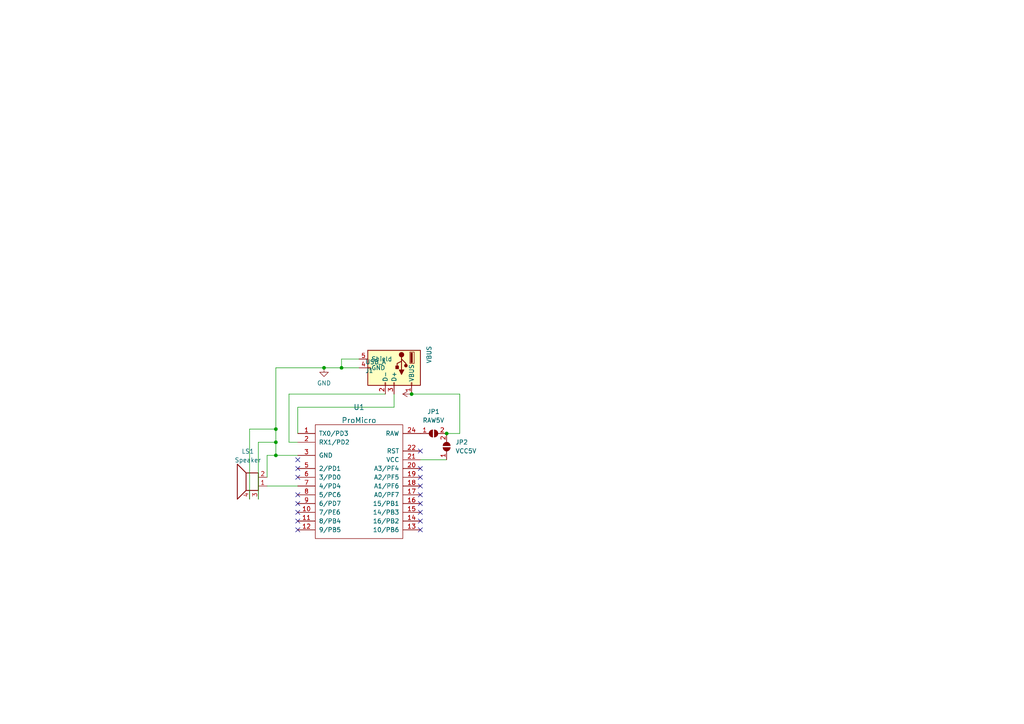
<source format=kicad_sch>
(kicad_sch (version 20211123) (generator eeschema)
  (paper "A4")
  (lib_symbols
    (symbol "Connector:USB_A" (pin_names (offset 1.016))
      (property "Reference" "J1" (at 0.8347 -8.382 90))
      (property "Value" "USB_A" (at -1.7022 -8.382 90))
      (symbol "USB_A_0_1"
        (rectangle (start -5.08 -7.62) (end 5.08 7.62) (stroke (width 0.254)) (fill (type background)))
        (circle (center -3.81 2.159) (radius 0.635) (stroke (width 0.254)) (fill (type outline)))
        (rectangle (start -1.524 4.826) (end -4.318 5.334) (fill (type outline)))
        (rectangle (start -1.27 4.572) (end -4.572 5.842))
        (circle (center -0.635 3.429) (radius 0.381) (stroke (width 0.254)) (fill (type outline)))
        (rectangle (start -0.127 -7.62) (end 0.127 -6.858))
        (polyline (pts (xy -3.175 2.159) (xy -2.54 2.159) (xy -1.27 3.429) (xy -0.635 3.429)) (stroke (width 0.254)))
        (polyline (pts (xy -2.54 2.159) (xy -1.905 2.159) (xy -1.27 0.889) (xy 0 0.889)) (stroke (width 0.254)))
        (polyline (pts (xy 0.635 2.794) (xy 0.635 1.524) (xy 1.905 2.159) (xy 0.635 2.794)) (stroke (width 0.254)) (fill (type outline)))
        (rectangle (start 0.254 1.27) (end -0.508 0.508) (stroke (width 0.254)) (fill (type outline)))
        (rectangle (start 5.08 -2.667) (end 4.318 -2.413))
        (rectangle (start 5.08 -0.127) (end 4.318 0.127))
        (rectangle (start 5.08 4.953) (end 4.318 5.207))
      )
      (symbol "USB_A_1_1"
        (polyline (pts (xy -1.905 2.159) (xy 0.635 2.159)) (stroke (width 0.254)))
        (pin power_out line (at 7.62 5.08 180) (length 2.54) (name "VBUS") (number "1"))
        (pin bidirectional line (at 7.62 -2.54 180) (length 2.54) (name "D-") (number "2"))
        (pin bidirectional line (at 7.62 0 180) (length 2.54) (name "D+") (number "3"))
        (pin power_out line (at 0 -10.16 90) (length 2.54) (name "GND") (number "4"))
        (pin passive line (at -2.54 -10.16 90) (length 2.54) (name "Shield") (number "5"))
      )
    )
    (symbol "Device:Speaker" (pin_names (offset 0) hide)
      (property "Reference" "LS1" (at 0.508 -10.0498 0))
      (property "Value" "Speaker" (at 0.508 -7.5129 0))
      (symbol "Speaker_0_0"
        (rectangle (start -2.54 1.27) (end 1.016 -3.81) (stroke (width 0.254)))
        (polyline (pts (xy 1.016 1.27) (xy 3.556 3.81) (xy 3.556 -6.35) (xy 1.016 -3.81)) (stroke (width 0.254)))
      )
      (symbol "Speaker_1_1"
        (pin passive line (at -5.08 0 0) (length 2.54) (name "1") (number "1"))
        (pin passive line (at -5.08 -2.54 0) (length 2.54) (name "2") (number "2"))
        (pin passive line (at -2.54 3.81 270) (length 2.54) (name "3") (number "3"))
        (pin passive line (at 0 3.81 270) (length 2.54) (name "4") (number "4"))
      )
    )
    (symbol "Jumper:SolderJumper_2_Open" (pin_names (offset 0) hide)
      (property "Reference" "JP" (at 0 2.032 0))
      (property "Value" "SolderJumper_2_Open" (at 0 -2.54 0))
      (symbol "SolderJumper_2_Open_0_1"
        (arc (start -0.254 1.016) (mid -1.27 0) (end -0.254 -1.016))
        (arc (start -0.254 1.016) (mid -1.27 0) (end -0.254 -1.016) (fill (type outline)))
        (polyline (pts (xy -0.254 1.016) (xy -0.254 -1.016)))
        (polyline (pts (xy 0.254 1.016) (xy 0.254 -1.016)))
        (arc (start 0.254 -1.016) (mid 1.27 0) (end 0.254 1.016))
        (arc (start 0.254 -1.016) (mid 1.27 0) (end 0.254 1.016) (fill (type outline)))
      )
      (symbol "SolderJumper_2_Open_1_1"
        (pin passive line (at -3.81 0 0) (length 2.54) (name "A") (number "1"))
        (pin passive line (at 3.81 0 180) (length 2.54) (name "B") (number "2"))
      )
    )
    (symbol "keebio:ProMicro" (pin_names (offset 1.016))
      (property "Reference" "U1" (at 0 21.59 0))
      (property "Value" "ProMicro" (at 0 17.78 0))
      (symbol "ProMicro_0_1"
        (rectangle (start -12.7 -16.51) (end 12.7 16.51))
      )
      (symbol "ProMicro_1_1"
        (pin bidirectional line (at -17.78 13.97 0) (length 5.08) (name "TX0/PD3") (number "1"))
        (pin input line (at -17.78 -8.89 0) (length 5.08) (name "7/PE6") (number "10"))
        (pin input line (at -17.78 -11.43 0) (length 5.08) (name "8/PB4") (number "11"))
        (pin input line (at -17.78 -13.97 0) (length 5.08) (name "9/PB5") (number "12"))
        (pin input line (at 17.78 -13.97 180) (length 5.08) (name "10/PB6") (number "13"))
        (pin input line (at 17.78 -11.43 180) (length 5.08) (name "16/PB2") (number "14"))
        (pin input line (at 17.78 -8.89 180) (length 5.08) (name "14/PB3") (number "15"))
        (pin input line (at 17.78 -6.35 180) (length 5.08) (name "15/PB1") (number "16"))
        (pin input line (at 17.78 -3.81 180) (length 5.08) (name "A0/PF7") (number "17"))
        (pin input line (at 17.78 -1.27 180) (length 5.08) (name "A1/PF6") (number "18"))
        (pin input line (at 17.78 1.27 180) (length 5.08) (name "A2/PF5") (number "19"))
        (pin bidirectional line (at -17.78 11.43 0) (length 5.08) (name "RX1/PD2") (number "2"))
        (pin input line (at 17.78 3.81 180) (length 5.08) (name "A3/PF4") (number "20"))
        (pin bidirectional line (at 17.78 6.35 180) (length 5.08) (name "VCC") (number "21"))
        (pin input line (at 17.78 8.89 180) (length 5.08) (name "RST") (number "22"))
        (pin bidirectional line (at -17.78 7.62 0) (length 5.08) hide (name "GND") (number "23"))
        (pin bidirectional line (at 17.78 13.97 180) (length 5.08) (name "RAW") (number "24"))
        (pin bidirectional line (at -17.78 7.62 0) (length 5.08) (name "GND") (number "3"))
        (pin bidirectional line (at -17.78 7.62 0) (length 5.08) hide (name "GND") (number "4"))
        (pin input line (at -17.78 3.81 0) (length 5.08) (name "2/PD1") (number "5"))
        (pin input line (at -17.78 1.27 0) (length 5.08) (name "3/PD0") (number "6"))
        (pin input line (at -17.78 -1.27 0) (length 5.08) (name "4/PD4") (number "7"))
        (pin input line (at -17.78 -3.81 0) (length 5.08) (name "5/PC6") (number "8"))
        (pin input line (at -17.78 -6.35 0) (length 5.08) (name "6/PD7") (number "9"))
      )
    )
    (symbol "power:GND" (power) (pin_names (offset 0))
      (property "Value" "GND" (at 0 -3.81 0))
      (symbol "GND_0_1"
        (polyline (pts (xy 0 0) (xy 0 -1.27) (xy 1.27 -1.27) (xy 0 -2.54) (xy -1.27 -1.27) (xy 0 -1.27)))
      )
      (symbol "GND_1_1"
        (pin power_in line (at 0 0 270) (length 0) hide (name "GND") (number "1"))
      )
    )
    (symbol "power:VBUS" (power) (pin_names (offset 0))
      (property "Value" "VBUS" (at 0 3.81 0))
      (symbol "VBUS_0_1"
        (polyline (pts (xy -0.762 1.27) (xy 0 2.54)))
        (polyline (pts (xy 0 0) (xy 0 2.54)))
        (polyline (pts (xy 0 2.54) (xy 0.762 1.27)))
      )
      (symbol "VBUS_1_1"
        (pin power_in line (at 0 0 90) (length 0) hide (name "VBUS") (number "1"))
      )
    )
  )
  (junction (at 80.01 128.27))
  (junction (at 99.06 106.68))
  (junction (at 129.54 125.73))
  (junction (at 80.01 124.46))
  (junction (at 119.38 114.3))
  (junction (at 93.98 106.68))
  (junction (at 80.01 132.08))
  (no_connect (at 86.36 153.67))
  (no_connect (at 86.36 138.43))
  (no_connect (at 121.92 153.67))
  (no_connect (at 86.36 148.59))
  (no_connect (at 121.92 146.05))
  (no_connect (at 86.36 135.89))
  (no_connect (at 121.92 151.13))
  (no_connect (at 86.36 146.05))
  (no_connect (at 121.92 140.97))
  (no_connect (at 121.92 130.81))
  (no_connect (at 121.92 138.43))
  (no_connect (at 121.92 148.59))
  (no_connect (at 86.36 133.35))
  (no_connect (at 86.36 151.13))
  (no_connect (at 121.92 143.51))
  (no_connect (at 86.36 143.51))
  (no_connect (at 121.92 135.89))
  (wire (pts (xy 114.3 114.3) (xy 114.3 118.11)))
  (wire (pts (xy 80.01 124.46) (xy 80.01 128.27)))
  (wire (pts (xy 129.54 125.73) (xy 133.35 125.73)))
  (wire (pts (xy 86.36 132.08) (xy 80.01 132.08)))
  (wire (pts (xy 74.93 144.78) (xy 74.93 128.27)))
  (wire (pts (xy 83.82 114.3) (xy 83.82 128.27)))
  (wire (pts (xy 80.01 128.27) (xy 80.01 132.08)))
  (wire (pts (xy 99.06 104.14) (xy 99.06 106.68)))
  (wire (pts (xy 93.98 106.68) (xy 80.01 106.68)))
  (wire (pts (xy 104.14 104.14) (xy 99.06 104.14)))
  (wire (pts (xy 72.39 144.78) (xy 72.39 124.46)))
  (wire (pts (xy 77.47 140.97) (xy 86.36 140.97)))
  (wire (pts (xy 80.01 132.08) (xy 77.47 132.08)))
  (wire (pts (xy 133.35 114.3) (xy 133.35 125.73)))
  (wire (pts (xy 77.47 132.08) (xy 77.47 138.43)))
  (wire (pts (xy 111.76 114.3) (xy 83.82 114.3)))
  (wire (pts (xy 114.3 118.11) (xy 86.36 118.11)))
  (wire (pts (xy 119.38 114.3) (xy 133.35 114.3)))
  (wire (pts (xy 99.06 106.68) (xy 93.98 106.68)))
  (wire (pts (xy 74.93 128.27) (xy 80.01 128.27)))
  (wire (pts (xy 83.82 128.27) (xy 86.36 128.27)))
  (wire (pts (xy 80.01 106.68) (xy 80.01 124.46)))
  (wire (pts (xy 72.39 124.46) (xy 80.01 124.46)))
  (wire (pts (xy 86.36 118.11) (xy 86.36 125.73)))
  (wire (pts (xy 104.14 106.68) (xy 99.06 106.68)))
  (wire (pts (xy 121.92 133.35) (xy 129.54 133.35)))
  (symbol (lib_id "power:GND") (at 93.98 106.68 0) (unit 1)
    (property "Reference" "#PWR0101" (effects hide))
    (property "Value" "GND" (at 93.98 111.1234 0))
  )
  (symbol (lib_id "Connector:USB_A") (at 114.3 106.68 270) (unit 1)
    (property "Reference" "J1" (at 105.918 107.5147 90) (effects (justify left)))
    (property "Value" "USB_A" (at 105.918 104.9778 90) (effects (justify left)))
    (property "Footprint" "Connector_USB:USB_A_TE_292303-7_Horizontal" (effects hide))
    (property "Datasheet" " ~" (effects hide))
  )
  (symbol (lib_id "Device:Speaker") (at 72.39 140.97 180) (unit 1)
    (property "Reference" "LS1" (at 71.882 130.9202 0))
    (property "Value" "Speaker" (at 71.882 133.4571 0))
    (property "Footprint" "Buzzer_Beeper:PUIAudio_SMT_0825_S_4_R" (effects hide))
  )
  (symbol (lib_id "Jumper:SolderJumper_2_Open") (at 125.73 125.73 0) (unit 1)
    (property "Reference" "JP1" (at 125.73 119.38 0))
    (property "Value" "RAW5V" (at 125.73 121.92 0))
    (property "Footprint" "Jumper:SolderJumper-2_P1.3mm_Open_TrianglePad1.0x1.5mm" (effects hide))
  )
  (symbol (lib_id "power:VBUS") (at 119.38 114.3 90) (unit 1)
    (property "Reference" "#PWR0102" (effects hide))
    (property "Value" "VBUS" (at 124.46 102.87 0))
  )
  (symbol (lib_id "keebio:ProMicro") (at 104.14 139.7 0) (unit 1)
    (property "Reference" "U1" (at 104.14 118.11 0) (effects (font (size 1.524 1.524))))
    (property "Value" "ProMicro" (at 104.14 121.92 0) (effects (font (size 1.524 1.524))))
    (property "Footprint" "Keebio-Parts:Elite-C-castellated-24pin-holes" (effects hide))
  )
  (symbol (lib_id "Jumper:SolderJumper_2_Open") (at 129.54 129.54 90) (unit 1)
    (property "Reference" "JP2" (at 132.08 128.2699 90) (effects (justify right)))
    (property "Value" "VCC5V" (at 132.08 130.8099 90) (effects (justify right)))
    (property "Footprint" "Jumper:SolderJumper-2_P1.3mm_Open_TrianglePad1.0x1.5mm" (effects hide))
  )
)
</source>
